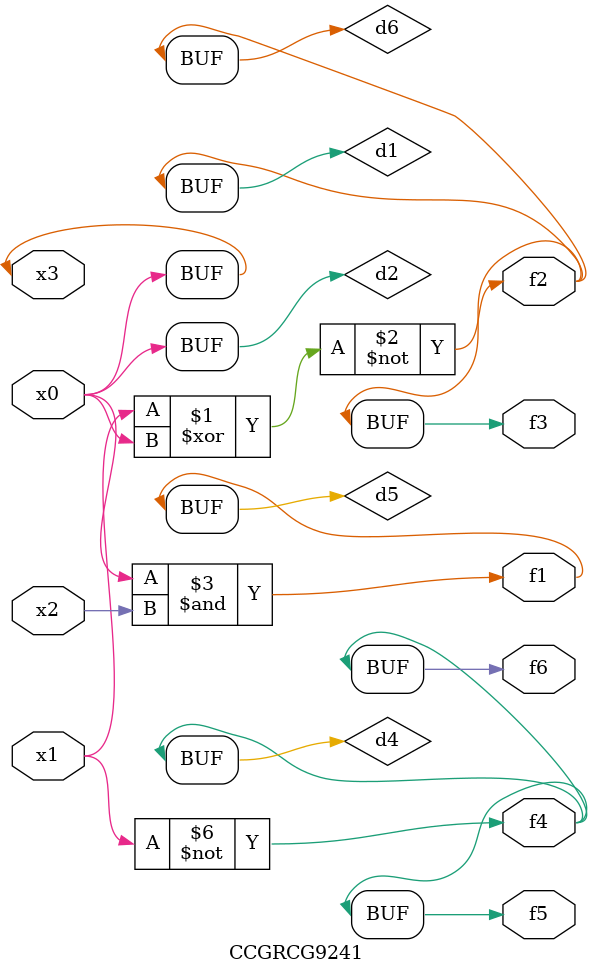
<source format=v>
module CCGRCG9241(
	input x0, x1, x2, x3,
	output f1, f2, f3, f4, f5, f6
);

	wire d1, d2, d3, d4, d5, d6;

	xnor (d1, x1, x3);
	buf (d2, x0, x3);
	nand (d3, x0, x2);
	not (d4, x1);
	nand (d5, d3);
	or (d6, d1);
	assign f1 = d5;
	assign f2 = d6;
	assign f3 = d6;
	assign f4 = d4;
	assign f5 = d4;
	assign f6 = d4;
endmodule

</source>
